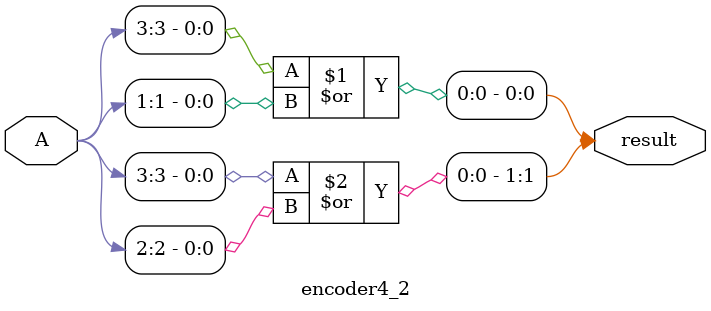
<source format=sv>
module encoder4_2 (
	input logic [3:0]A,
	output logic [1:0] result
);

assign result[0] = A[3] | A[1];
assign result[1] = A[3] | A[2];

endmodule
</source>
